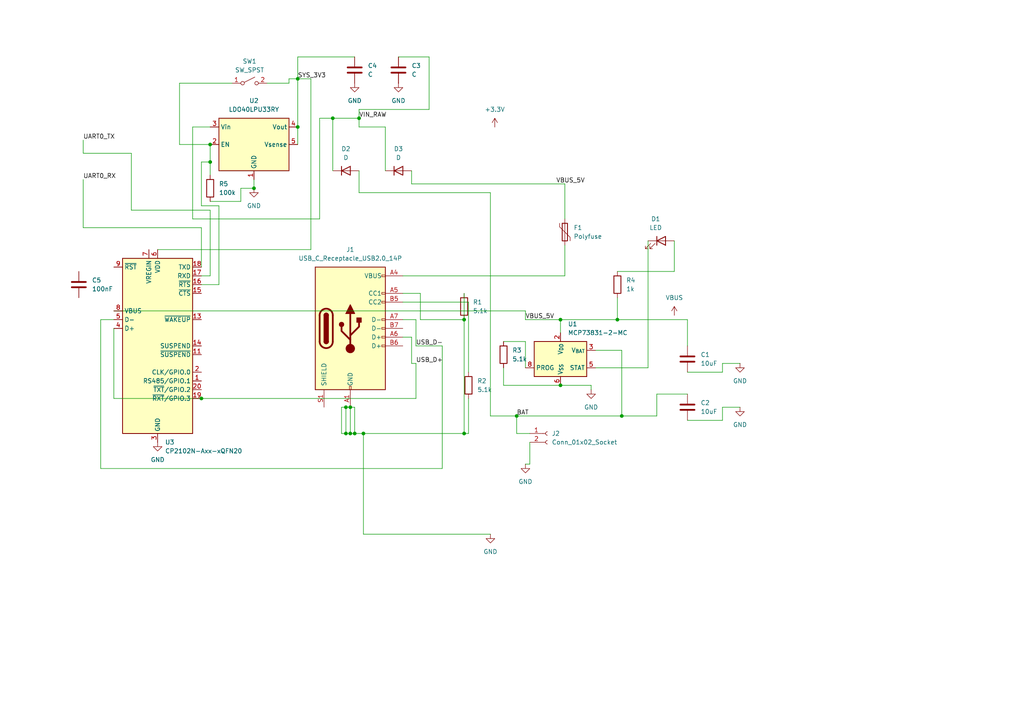
<source format=kicad_sch>
(kicad_sch (version 20250114) (generator "eeschema") (generator_version "9.0")
  (paper "A4")
  (lib_symbols
    (symbol "Battery_Management:MCP73831-2-MC"
      (property "Reference" "U" (at -7.62 6.35 0))
      (property "Value" "MCP73831-2-MC" (at 1.27 6.35 0))
      (symbol "MCP73831-2-MC_0_1"
        (rectangle (start -7.62 5.08) (end 7.62 -5.08) (stroke (width 0.254)) (fill (type background)))
      )
      (symbol "MCP73831-2-MC_1_1"
        (pin input line (at -10.16 -2.54 0) (length 2.54) (name "PROG") (number "8"))
        (pin no_connect line (at -7.62 2.54 0) (length 2.54) (hide yes) (name "NC") (number "7"))
        (pin passive line (at 0 7.62 270) (length 2.54) (hide yes) (name "V_{DD}") (number "1"))
        (pin power_in line (at 0 7.62 270) (length 2.54) (name "V_{DD}") (number "2"))
        (pin power_in line (at 0 -7.62 90) (length 2.54) (name "V_{SS}") (number "6"))
        (pin power_out line (at 10.16 2.54 180) (length 2.54) (name "V_{BAT}") (number "3"))
        (pin passive line (at 10.16 2.54 180) (length 2.54) (hide yes) (name "V_{BAT}") (number "4"))
        (pin tri_state line (at 10.16 -2.54 180) (length 2.54) (name "STAT") (number "5"))
      )
    )
    (symbol "Connector:Conn_01x02_Socket" (pin_names (offset 1.016) (hide yes))
      (property "Reference" "J" (at 0 2.54 0))
      (property "Value" "Conn_01x02_Socket" (at 0 -5.08 0))
      (symbol "Conn_01x02_Socket_1_1"
        (polyline (pts (xy -1.27 0) (xy -0.508 0)) (stroke (width 0.1524)))
        (polyline (pts (xy -1.27 -2.54) (xy -0.508 -2.54)) (stroke (width 0.1524)))
        (arc (start 0 -0.508) (mid -0.5058 0) (end 0 0.508) (stroke (width 0.1524)))
        (arc (start 0 -3.048) (mid -0.5058 -2.54) (end 0 -2.032) (stroke (width 0.1524)))
        (pin passive line (at -5.08 0 0) (length 3.81) (name "Pin_1") (number "1"))
        (pin passive line (at -5.08 -2.54 0) (length 3.81) (name "Pin_2") (number "2"))
      )
    )
    (symbol "Connector:USB_C_Receptacle_USB2.0_14P" (pin_names (offset 1.016))
      (property "Reference" "J" (at 0 22.225 0))
      (property "Value" "USB_C_Receptacle_USB2.0_14P" (at 0 19.685 0))
      (symbol "USB_C_Receptacle_USB2.0_14P_0_0"
        (rectangle (start -0.254 -17.78) (end 0.254 -16.764))
        (rectangle (start 10.16 15.494) (end 9.144 14.986))
        (rectangle (start 10.16 10.414) (end 9.144 9.906))
        (rectangle (start 10.16 7.874) (end 9.144 7.366))
        (rectangle (start 10.16 2.794) (end 9.144 2.286))
        (rectangle (start 10.16 0.254) (end 9.144 -0.254))
        (rectangle (start 10.16 -2.286) (end 9.144 -2.794))
        (rectangle (start 10.16 -4.826) (end 9.144 -5.334))
      )
      (symbol "USB_C_Receptacle_USB2.0_14P_0_1"
        (rectangle (start -10.16 17.78) (end 10.16 -17.78) (stroke (width 0.254)) (fill (type background)))
        (polyline (pts (xy -8.89 -3.81) (xy -8.89 3.81)) (stroke (width 0.508)))
        (rectangle (start -7.62 -3.81) (end -6.35 3.81) (stroke (width 0.254)) (fill (type outline)))
        (arc (start -7.62 3.81) (mid -6.985 4.4423) (end -6.35 3.81) (stroke (width 0.254)))
        (arc (start -7.62 3.81) (mid -6.985 4.4423) (end -6.35 3.81) (stroke (width 0.254)) (fill (type outline)))
        (arc (start -8.89 3.81) (mid -6.985 5.7067) (end -5.08 3.81) (stroke (width 0.508)))
        (arc (start -5.08 -3.81) (mid -6.985 -5.7067) (end -8.89 -3.81) (stroke (width 0.508)))
        (arc (start -6.35 -3.81) (mid -6.985 -4.4423) (end -7.62 -3.81) (stroke (width 0.254)))
        (arc (start -6.35 -3.81) (mid -6.985 -4.4423) (end -7.62 -3.81) (stroke (width 0.254)) (fill (type outline)))
        (polyline (pts (xy -5.08 3.81) (xy -5.08 -3.81)) (stroke (width 0.508)))
        (circle (center -2.54 1.143) (radius 0.635) (stroke (width 0.254)) (fill (type outline)))
        (polyline (pts (xy -1.27 4.318) (xy 0 6.858) (xy 1.27 4.318) (xy -1.27 4.318)) (stroke (width 0.254)) (fill (type outline)))
        (polyline (pts (xy 0 -2.032) (xy 2.54 0.508) (xy 2.54 1.778)) (stroke (width 0.508)))
        (polyline (pts (xy 0 -3.302) (xy -2.54 -0.762) (xy -2.54 0.508)) (stroke (width 0.508)))
        (polyline (pts (xy 0 -5.842) (xy 0 4.318)) (stroke (width 0.508)))
        (circle (center 0 -5.842) (radius 1.27) (fill (type outline)))
        (rectangle (start 1.905 1.778) (end 3.175 3.048) (stroke (width 0.254)) (fill (type outline)))
      )
      (symbol "USB_C_Receptacle_USB2.0_14P_1_1"
        (pin passive line (at -7.62 -22.86 90) (length 5.08) (name "SHIELD") (number "S1"))
        (pin passive line (at 0 -22.86 90) (length 5.08) (name "GND") (number "A1"))
        (pin passive line (at 0 -22.86 90) (length 5.08) (hide yes) (name "GND") (number "A12"))
        (pin passive line (at 0 -22.86 90) (length 5.08) (hide yes) (name "GND") (number "B1"))
        (pin passive line (at 0 -22.86 90) (length 5.08) (hide yes) (name "GND") (number "B12"))
        (pin passive line (at 15.24 15.24 180) (length 5.08) (name "VBUS") (number "A4"))
        (pin passive line (at 15.24 15.24 180) (length 5.08) (hide yes) (name "VBUS") (number "A9"))
        (pin passive line (at 15.24 15.24 180) (length 5.08) (hide yes) (name "VBUS") (number "B4"))
        (pin passive line (at 15.24 15.24 180) (length 5.08) (hide yes) (name "VBUS") (number "B9"))
        (pin bidirectional line (at 15.24 10.16 180) (length 5.08) (name "CC1") (number "A5"))
        (pin bidirectional line (at 15.24 7.62 180) (length 5.08) (name "CC2") (number "B5"))
        (pin bidirectional line (at 15.24 2.54 180) (length 5.08) (name "D-") (number "A7"))
        (pin bidirectional line (at 15.24 0 180) (length 5.08) (name "D-") (number "B7"))
        (pin bidirectional line (at 15.24 -2.54 180) (length 5.08) (name "D+") (number "A6"))
        (pin bidirectional line (at 15.24 -5.08 180) (length 5.08) (name "D+") (number "B6"))
      )
    )
    (symbol "Device:C" (pin_numbers (hide yes)) (pin_names (offset 0.254))
      (property "Reference" "C" (at 0.635 2.54 0))
      (property "Value" "C" (at 0.635 -2.54 0))
      (symbol "C_0_1"
        (polyline (pts (xy -2.032 0.762) (xy 2.032 0.762)) (stroke (width 0.508)))
        (polyline (pts (xy -2.032 -0.762) (xy 2.032 -0.762)) (stroke (width 0.508)))
      )
      (symbol "C_1_1"
        (pin passive line (at 0 3.81 270) (length 2.794) (name "~") (number "1"))
        (pin passive line (at 0 -3.81 90) (length 2.794) (name "~") (number "2"))
      )
    )
    (symbol "Device:D" (pin_numbers (hide yes)) (pin_names (offset 1.016) (hide yes))
      (property "Reference" "D" (at 0 2.54 0))
      (property "Value" "D" (at 0 -2.54 0))
      (symbol "D_0_1"
        (polyline (pts (xy -1.27 1.27) (xy -1.27 -1.27)) (stroke (width 0.254)))
        (polyline (pts (xy 1.27 1.27) (xy 1.27 -1.27) (xy -1.27 0) (xy 1.27 1.27)) (stroke (width 0.254)))
        (polyline (pts (xy 1.27 0) (xy -1.27 0)))
      )
      (symbol "D_1_1"
        (pin passive line (at -3.81 0 0) (length 2.54) (name "K") (number "1"))
        (pin passive line (at 3.81 0 180) (length 2.54) (name "A") (number "2"))
      )
    )
    (symbol "Device:LED" (pin_numbers (hide yes)) (pin_names (offset 1.016) (hide yes))
      (property "Reference" "D" (at 0 2.54 0))
      (property "Value" "LED" (at 0 -2.54 0))
      (symbol "LED_0_1"
        (polyline (pts (xy -3.048 -0.762) (xy -4.572 -2.286) (xy -3.81 -2.286) (xy -4.572 -2.286) (xy -4.572 -1.524)))
        (polyline (pts (xy -1.778 -0.762) (xy -3.302 -2.286) (xy -2.54 -2.286) (xy -3.302 -2.286) (xy -3.302 -1.524)))
        (polyline (pts (xy -1.27 0) (xy 1.27 0)))
        (polyline (pts (xy -1.27 -1.27) (xy -1.27 1.27)) (stroke (width 0.254)))
        (polyline (pts (xy 1.27 -1.27) (xy 1.27 1.27) (xy -1.27 0) (xy 1.27 -1.27)) (stroke (width 0.254)))
      )
      (symbol "LED_1_1"
        (pin passive line (at -3.81 0 0) (length 2.54) (name "K") (number "1"))
        (pin passive line (at 3.81 0 180) (length 2.54) (name "A") (number "2"))
      )
    )
    (symbol "Device:Polyfuse" (pin_numbers (hide yes)) (pin_names (offset 0))
      (property "Reference" "F" (at -2.54 0 90))
      (property "Value" "Polyfuse" (at 2.54 0 90))
      (symbol "Polyfuse_0_1"
        (polyline (pts (xy -1.524 2.54) (xy -1.524 1.524) (xy 1.524 -1.524) (xy 1.524 -2.54)))
        (rectangle (start -0.762 2.54) (end 0.762 -2.54) (stroke (width 0.254)))
        (polyline (pts (xy 0 2.54) (xy 0 -2.54)))
      )
      (symbol "Polyfuse_1_1"
        (pin passive line (at 0 3.81 270) (length 1.27) (name "~") (number "1"))
        (pin passive line (at 0 -3.81 90) (length 1.27) (name "~") (number "2"))
      )
    )
    (symbol "Device:R" (pin_numbers (hide yes)) (pin_names (offset 0))
      (property "Reference" "R" (at 2.032 0 90))
      (property "Value" "R" (at 0 0 90))
      (symbol "R_0_1"
        (rectangle (start -1.016 -2.54) (end 1.016 2.54) (stroke (width 0.254)))
      )
      (symbol "R_1_1"
        (pin passive line (at 0 3.81 270) (length 1.27) (name "~") (number "1"))
        (pin passive line (at 0 -3.81 90) (length 1.27) (name "~") (number "2"))
      )
    )
    (symbol "Interface_USB:CP2102N-Axx-xQFN20"
      (property "Reference" "U" (at -8.89 26.67 0))
      (property "Value" "CP2102N-Axx-xQFN20" (at 12.7 26.67 0))
      (symbol "CP2102N-Axx-xQFN20_0_1"
        (rectangle (start -10.16 25.4) (end 10.16 -25.4) (stroke (width 0.254)) (fill (type background)))
      )
      (symbol "CP2102N-Axx-xQFN20_1_1"
        (pin input line (at -12.7 22.86 0) (length 2.54) (name "~{RST}") (number "9"))
        (pin input line (at -12.7 10.16 0) (length 2.54) (name "VBUS") (number "8"))
        (pin bidirectional line (at -12.7 7.62 0) (length 2.54) (name "D-") (number "5"))
        (pin bidirectional line (at -12.7 5.08 0) (length 2.54) (name "D+") (number "4"))
        (pin no_connect line (at -10.16 -22.86 0) (length 2.54) (hide yes) (name "NC") (number "10"))
        (pin power_in line (at -2.54 27.94 270) (length 2.54) (name "VREGIN") (number "7"))
        (pin power_in line (at 0 27.94 270) (length 2.54) (name "VDD") (number "6"))
        (pin passive line (at 0 -27.94 90) (length 2.54) (hide yes) (name "GND") (number "12"))
        (pin passive line (at 0 -27.94 90) (length 2.54) (hide yes) (name "GND") (number "21"))
        (pin power_in line (at 0 -27.94 90) (length 2.54) (name "GND") (number "3"))
        (pin output line (at 12.7 22.86 180) (length 2.54) (name "TXD") (number "18"))
        (pin input line (at 12.7 20.32 180) (length 2.54) (name "RXD") (number "17"))
        (pin output line (at 12.7 17.78 180) (length 2.54) (name "~{RTS}") (number "16"))
        (pin input line (at 12.7 15.24 180) (length 2.54) (name "~{CTS}") (number "15"))
        (pin input line (at 12.7 7.62 180) (length 2.54) (name "~{WAKEUP}") (number "13"))
        (pin output line (at 12.7 0 180) (length 2.54) (name "SUSPEND") (number "14"))
        (pin output line (at 12.7 -2.54 180) (length 2.54) (name "~{SUSPEND}") (number "11"))
        (pin bidirectional line (at 12.7 -7.62 180) (length 2.54) (name "CLK/GPIO.0") (number "2"))
        (pin bidirectional line (at 12.7 -10.16 180) (length 2.54) (name "RS485/GPIO.1") (number "1"))
        (pin bidirectional line (at 12.7 -12.7 180) (length 2.54) (name "~{TXT}/GPIO.2") (number "20"))
        (pin bidirectional line (at 12.7 -15.24 180) (length 2.54) (name "~{RXT}/GPIO.3") (number "19"))
      )
    )
    (symbol "Regulator_Linear:LDO40LPU33RY"
      (property "Reference" "U" (at 0 0 0))
      (property "Value" "LDO40LPU33RY" (at 0 0 0))
      (symbol "LDO40LPU33RY_1_1"
        (rectangle (start -10.16 7.62) (end 10.16 -7.62) (stroke (width 0.254)) (fill (type background)))
        (pin power_in line (at -12.7 5.08 0) (length 2.54) (name "Vin") (number "3"))
        (pin input line (at -12.7 0 0) (length 2.54) (name "EN") (number "2"))
        (pin no_connect line (at -2.54 -10.16 90) (length 2.54) (hide yes) (name "NC") (number "6"))
        (pin power_in line (at 0 -10.16 90) (length 2.54) (name "GND") (number "1"))
        (pin passive line (at 0 -10.16 90) (length 2.54) (hide yes) (name "GND") (number "7"))
        (pin power_out line (at 12.7 5.08 180) (length 2.54) (name "Vout") (number "4"))
        (pin input line (at 12.7 0 180) (length 2.54) (name "Vsense") (number "5"))
      )
    )
    (symbol "Switch:SW_SPST" (pin_names (offset 0) (hide yes))
      (property "Reference" "SW" (at 0 3.175 0))
      (property "Value" "SW_SPST" (at 0 -2.54 0))
      (symbol "SW_SPST_0_0"
        (circle (center -2.032 0) (radius 0.508))
        (polyline (pts (xy -1.524 0.254) (xy 1.524 1.778)))
        (circle (center 2.032 0) (radius 0.508))
      )
      (symbol "SW_SPST_1_1"
        (pin passive line (at -5.08 0 0) (length 2.54) (name "A") (number "1"))
        (pin passive line (at 5.08 0 180) (length 2.54) (name "B") (number "2"))
      )
    )
    (symbol "power:+3.3V" (power) (pin_numbers (hide yes)) (pin_names (offset 0) (hide yes))
      (property "Value" "+3.3V" (at 0 3.556 0))
      (symbol "+3.3V_0_1"
        (polyline (pts (xy -0.762 1.27) (xy 0 2.54)))
        (polyline (pts (xy 0 2.54) (xy 0.762 1.27)))
        (polyline (pts (xy 0 0) (xy 0 2.54)))
      )
      (symbol "+3.3V_1_1"
        (pin power_in line (at 0 0 90) (length 0) (name "~") (number "1"))
      )
    )
    (symbol "power:GND" (power) (pin_numbers (hide yes)) (pin_names (offset 0) (hide yes))
      (property "Value" "GND" (at 0 -3.81 0))
      (symbol "GND_0_1"
        (polyline (pts (xy 0 0) (xy 0 -1.27) (xy 1.27 -1.27) (xy 0 -2.54) (xy -1.27 -1.27) (xy 0 -1.27)))
      )
      (symbol "GND_1_1"
        (pin power_in line (at 0 0 270) (length 0) (name "~") (number "1"))
      )
    )
    (symbol "power:VBUS" (power) (pin_numbers (hide yes)) (pin_names (offset 0) (hide yes))
      (property "Value" "VBUS" (at 0 3.556 0))
      (symbol "VBUS_0_1"
        (polyline (pts (xy -0.762 1.27) (xy 0 2.54)))
        (polyline (pts (xy 0 2.54) (xy 0.762 1.27)))
        (polyline (pts (xy 0 0) (xy 0 2.54)))
      )
      (symbol "VBUS_1_1"
        (pin power_in line (at 0 0 90) (length 0) (name "~") (number "1"))
      )
    )
  )
  (junction (at 60.96 46.99))
  (junction (at 60.96 41.91))
  (junction (at 162.56 92.71))
  (junction (at 162.56 111.76))
  (junction (at 73.66 54.61))
  (junction (at 149.86 120.65))
  (junction (at 179.07 92.71))
  (junction (at 58.42 115.57))
  (junction (at 101.6 125.73))
  (junction (at 134.62 125.73))
  (junction (at 86.36 36.83))
  (junction (at 105.41 125.73))
  (junction (at 102.87 125.73))
  (junction (at 180.34 120.65))
  (junction (at 100.33 118.11))
  (junction (at 101.6 118.11))
  (junction (at 134.62 92.71))
  (junction (at 100.33 125.73))
  (junction (at 104.14 34.29))
  (junction (at 86.36 22.86))
  (junction (at 96.52 34.29))
  (wire (pts (xy 121.92 92.71) (xy 134.62 92.71)))
  (wire (pts (xy 119.38 105.41) (xy 120.65 105.41)))
  (wire (pts (xy 111.76 36.83) (xy 104.14 36.83)))
  (wire (pts (xy 152.4 92.71) (xy 162.56 92.71)))
  (wire (pts (xy 153.67 134.62) (xy 152.4 134.62)))
  (wire (pts (xy 67.31 24.13) (xy 52.07 24.13)))
  (wire (pts (xy 209.55 118.11) (xy 214.63 118.11)))
  (wire (pts (xy 135.89 87.63) (xy 135.89 107.95)))
  (wire (pts (xy 99.06 125.73) (xy 100.33 125.73)))
  (wire (pts (xy 116.84 92.71) (xy 120.65 92.71)))
  (wire (pts (xy 152.4 106.68) (xy 152.4 99.06)))
  (wire (pts (xy 73.66 52.07) (xy 73.66 54.61)))
  (wire (pts (xy 101.6 118.11) (xy 100.33 118.11)))
  (wire (pts (xy 90.17 72.39) (xy 90.17 22.86)))
  (wire (pts (xy 38.1 60.96) (xy 38.1 44.45)))
  (wire (pts (xy 195.58 78.74) (xy 195.58 69.85)))
  (wire (pts (xy 142.24 120.65) (xy 142.24 55.88)))
  (wire (pts (xy 124.46 31.75) (xy 124.46 16.51)))
  (wire (pts (xy 190.5 120.65) (xy 190.5 114.3)))
  (wire (pts (xy 60.96 80.01) (xy 60.96 60.96)))
  (wire (pts (xy 199.39 92.71) (xy 199.39 100.33)))
  (wire (pts (xy 134.62 125.73) (xy 135.89 125.73)))
  (wire (pts (xy 58.42 66.04) (xy 24.13 66.04)))
  (wire (pts (xy 209.55 107.95) (xy 209.55 105.41)))
  (wire (pts (xy 29.21 92.71) (xy 29.21 135.89)))
  (wire (pts (xy 58.42 115.57) (xy 120.65 115.57)))
  (wire (pts (xy 86.36 22.86) (xy 86.36 16.51)))
  (wire (pts (xy 187.96 69.85) (xy 187.96 106.68)))
  (wire (pts (xy 180.34 101.6) (xy 172.72 101.6)))
  (wire (pts (xy 162.56 92.71) (xy 162.56 96.52)))
  (wire (pts (xy 86.36 22.86) (xy 86.36 36.83)))
  (wire (pts (xy 120.65 115.57) (xy 120.65 105.41)))
  (wire (pts (xy 100.33 125.73) (xy 101.6 125.73)))
  (wire (pts (xy 146.05 106.68) (xy 146.05 111.76)))
  (wire (pts (xy 104.14 31.75) (xy 124.46 31.75)))
  (wire (pts (xy 69.85 54.61) (xy 73.66 54.61)))
  (wire (pts (xy 180.34 120.65) (xy 190.5 120.65)))
  (wire (pts (xy 101.6 125.73) (xy 102.87 125.73)))
  (wire (pts (xy 38.1 44.45) (xy 24.13 44.45)))
  (wire (pts (xy 179.07 92.71) (xy 179.07 86.36)))
  (wire (pts (xy 135.89 115.57) (xy 135.89 125.73)))
  (wire (pts (xy 209.55 121.92) (xy 209.55 118.11)))
  (wire (pts (xy 77.47 24.13) (xy 83.82 24.13)))
  (wire (pts (xy 33.02 90.17) (xy 152.4 90.17)))
  (wire (pts (xy 116.84 80.01) (xy 163.83 80.01)))
  (wire (pts (xy 29.21 135.89) (xy 128.27 135.89)))
  (wire (pts (xy 190.5 114.3) (xy 199.39 114.3)))
  (wire (pts (xy 96.52 49.53) (xy 96.52 34.29)))
  (wire (pts (xy 142.24 55.88) (xy 104.14 55.88)))
  (wire (pts (xy 119.38 97.79) (xy 119.38 105.41)))
  (wire (pts (xy 60.96 58.42) (xy 69.85 58.42)))
  (wire (pts (xy 171.45 111.76) (xy 171.45 113.03)))
  (wire (pts (xy 83.82 24.13) (xy 83.82 22.86)))
  (wire (pts (xy 100.33 118.11) (xy 99.06 118.11)))
  (wire (pts (xy 99.06 118.11) (xy 99.06 125.73)))
  (wire (pts (xy 162.56 92.71) (xy 179.07 92.71)))
  (wire (pts (xy 149.86 120.65) (xy 149.86 125.73)))
  (wire (pts (xy 152.4 90.17) (xy 152.4 92.71)))
  (wire (pts (xy 60.96 36.83) (xy 55.88 36.83)))
  (wire (pts (xy 149.86 120.65) (xy 180.34 120.65)))
  (wire (pts (xy 105.41 125.73) (xy 134.62 125.73)))
  (wire (pts (xy 152.4 99.06) (xy 146.05 99.06)))
  (wire (pts (xy 58.42 59.69) (xy 58.42 46.99)))
  (wire (pts (xy 179.07 78.74) (xy 195.58 78.74)))
  (wire (pts (xy 172.72 106.68) (xy 187.96 106.68)))
  (wire (pts (xy 180.34 120.65) (xy 180.34 101.6)))
  (wire (pts (xy 163.83 63.5) (xy 163.83 53.34)))
  (wire (pts (xy 33.02 95.25) (xy 33.02 115.57)))
  (wire (pts (xy 52.07 41.91) (xy 60.96 41.91)))
  (wire (pts (xy 102.87 118.11) (xy 102.87 125.73)))
  (wire (pts (xy 24.13 44.45) (xy 24.13 40.64)))
  (wire (pts (xy 100.33 118.11) (xy 100.33 125.73)))
  (wire (pts (xy 105.41 154.94) (xy 142.24 154.94)))
  (wire (pts (xy 124.46 16.51) (xy 115.57 16.51)))
  (wire (pts (xy 104.14 34.29) (xy 104.14 31.75)))
  (wire (pts (xy 58.42 46.99) (xy 60.96 46.99)))
  (wire (pts (xy 86.36 16.51) (xy 102.87 16.51)))
  (wire (pts (xy 83.82 22.86) (xy 86.36 22.86)))
  (wire (pts (xy 101.6 118.11) (xy 102.87 118.11)))
  (wire (pts (xy 149.86 120.65) (xy 142.24 120.65)))
  (wire (pts (xy 162.56 111.76) (xy 171.45 111.76)))
  (wire (pts (xy 63.5 59.69) (xy 58.42 59.69)))
  (wire (pts (xy 128.27 100.33) (xy 120.65 100.33)))
  (wire (pts (xy 90.17 22.86) (xy 86.36 22.86)))
  (wire (pts (xy 92.71 63.5) (xy 92.71 34.29)))
  (wire (pts (xy 209.55 105.41) (xy 214.63 105.41)))
  (wire (pts (xy 24.13 66.04) (xy 24.13 52.07)))
  (wire (pts (xy 101.6 118.11) (xy 101.6 125.73)))
  (wire (pts (xy 199.39 107.95) (xy 209.55 107.95)))
  (wire (pts (xy 86.36 36.83) (xy 86.36 41.91)))
  (wire (pts (xy 116.84 87.63) (xy 135.89 87.63)))
  (wire (pts (xy 33.02 92.71) (xy 29.21 92.71)))
  (wire (pts (xy 55.88 36.83) (xy 55.88 63.5)))
  (wire (pts (xy 119.38 53.34) (xy 119.38 49.53)))
  (wire (pts (xy 116.84 85.09) (xy 121.92 85.09)))
  (wire (pts (xy 92.71 34.29) (xy 96.52 34.29)))
  (wire (pts (xy 105.41 125.73) (xy 105.41 154.94)))
  (wire (pts (xy 134.62 92.71) (xy 134.62 85.09)))
  (wire (pts (xy 121.92 85.09) (xy 121.92 92.71)))
  (wire (pts (xy 45.72 72.39) (xy 90.17 72.39)))
  (wire (pts (xy 179.07 92.71) (xy 199.39 92.71)))
  (wire (pts (xy 104.14 55.88) (xy 104.14 49.53)))
  (wire (pts (xy 60.96 46.99) (xy 60.96 50.8)))
  (wire (pts (xy 102.87 125.73) (xy 105.41 125.73)))
  (wire (pts (xy 128.27 135.89) (xy 128.27 100.33)))
  (wire (pts (xy 60.96 60.96) (xy 38.1 60.96)))
  (wire (pts (xy 111.76 49.53) (xy 111.76 36.83)))
  (wire (pts (xy 120.65 92.71) (xy 120.65 100.33)))
  (wire (pts (xy 119.38 53.34) (xy 163.83 53.34)))
  (wire (pts (xy 33.02 115.57) (xy 58.42 115.57)))
  (wire (pts (xy 116.84 97.79) (xy 119.38 97.79)))
  (wire (pts (xy 153.67 128.27) (xy 153.67 134.62)))
  (wire (pts (xy 63.5 82.55) (xy 63.5 59.69)))
  (wire (pts (xy 134.62 92.71) (xy 134.62 125.73)))
  (wire (pts (xy 96.52 34.29) (xy 104.14 34.29)))
  (wire (pts (xy 58.42 80.01) (xy 60.96 80.01)))
  (wire (pts (xy 55.88 63.5) (xy 92.71 63.5)))
  (wire (pts (xy 58.42 77.47) (xy 58.42 66.04)))
  (wire (pts (xy 149.86 125.73) (xy 153.67 125.73)))
  (wire (pts (xy 52.07 24.13) (xy 52.07 41.91)))
  (wire (pts (xy 60.96 41.91) (xy 60.96 46.99)))
  (wire (pts (xy 104.14 36.83) (xy 104.14 34.29)))
  (wire (pts (xy 163.83 80.01) (xy 163.83 71.12)))
  (wire (pts (xy 199.39 121.92) (xy 209.55 121.92)))
  (wire (pts (xy 146.05 111.76) (xy 162.56 111.76)))
  (wire (pts (xy 58.42 82.55) (xy 63.5 82.55)))
  (wire (pts (xy 69.85 58.42) (xy 69.85 54.61)))
  (label "UART0_RX" (at 24.13 52.07 0))
  (label "USB_D+" (at 120.65 105.41 0))
  (label "VIN_RAW" (at 104.14 34.29 0))
  (label "BAT" (at 149.86 120.65 0))
  (label "SYS_3V3" (at 86.36 22.86 0))
  (label "VBUS_5V" (at 152.4 92.71 0))
  (label "USB_D-" (at 120.65 100.33 0))
  (label "VBUS_5V" (at 161.29 53.34 0))
  (label "UART0_TX" (at 24.13 40.64 0))
  (symbol (lib_id "power:GND") (at 142.24 154.94 0) (unit 1)
    (property "Reference" "#PWR01" (effects (hide yes)))
    (property "Value" "GND" (at 142.24 160.02 0))
    (property "Description" "Power symbol creates a global label with name \"GND\" , ground" (effects (hide yes)))
  )
  (symbol (lib_id "Connector:USB_C_Receptacle_USB2.0_14P") (at 101.6 95.25 0) (unit 1)
    (property "Reference" "J1" (at 101.6 72.39 0))
    (property "Value" "USB_C_Receptacle_USB2.0_14P" (at 101.6 74.93 0))
    (property "Datasheet" "https://www.usb.org/sites/default/files/documents/usb_type-c.zip" (effects (hide yes)))
    (property "Description" "USB 2.0-only 14P Type-C Receptacle connector" (effects (hide yes)))
  )
  (symbol (lib_id "power:VBUS") (at 195.58 91.44 0) (unit 1)
    (property "Reference" "#PWR03" (effects (hide yes)))
    (property "Value" "VBUS" (at 195.58 86.36 0))
    (property "Description" "Power symbol creates a global label with name \"VBUS\"" (effects (hide yes)))
  )
  (symbol (lib_id "Regulator_Linear:LDO40LPU33RY") (at 73.66 41.91 0) (unit 1)
    (property "Reference" "U2" (at 73.66 29.21 0))
    (property "Value" "LDO40LPU33RY" (at 73.66 31.75 0))
    (property "Footprint" "Package_DFN_QFN:DFN-6-1EP_3x3mm_P0.95mm_EP1.7x2.6mm" (effects (hide yes)))
    (property "Datasheet" "https://www.st.com/resource/en/datasheet/ldo40l.pdf" (effects (hide yes)))
    (property "Description" "400mA, 3.5V-38V input, fixed positive 3.3V output, LDO regulator with enable, DFN-6" (effects (hide yes)))
  )
  (symbol (lib_id "Device:R") (at 60.96 54.61 0) (unit 1)
    (property "Reference" "R5" (at 63.5 53.3399 0) (effects (justify left)))
    (property "Value" "100k" (at 63.5 55.8799 0) (effects (justify left)))
    (property "Description" "Resistor" (effects (hide yes)))
  )
  (symbol (lib_id "Device:C") (at 199.39 104.14 0) (unit 1)
    (property "Reference" "C1" (at 203.2 102.8699 0) (effects (justify left)))
    (property "Value" "10uF" (at 203.2 105.4099 0) (effects (justify left)))
    (property "Description" "Unpolarized capacitor" (effects (hide yes)))
  )
  (symbol (lib_id "Device:R") (at 179.07 82.55 0) (unit 1)
    (property "Reference" "R4" (at 181.61 81.2799 0) (effects (justify left)))
    (property "Value" "1k" (at 181.61 83.8199 0) (effects (justify left)))
    (property "Description" "Resistor" (effects (hide yes)))
  )
  (symbol (lib_id "Device:R") (at 146.05 102.87 0) (unit 1)
    (property "Reference" "R3" (at 148.59 101.5999 0) (effects (justify left)))
    (property "Value" "5.1k" (at 148.59 104.1399 0) (effects (justify left)))
    (property "Description" "Resistor" (effects (hide yes)))
  )
  (symbol (lib_id "power:GND") (at 152.4 134.62 0) (unit 1)
    (property "Reference" "#PWR05" (effects (hide yes)))
    (property "Value" "GND" (at 152.4 139.7 0))
    (property "Description" "Power symbol creates a global label with name \"GND\" , ground" (effects (hide yes)))
  )
  (symbol (lib_id "Device:C") (at 102.87 20.32 0) (unit 1)
    (property "Reference" "C4" (at 106.68 19.0499 0) (effects (justify left)))
    (property "Value" "C" (at 106.68 21.5899 0) (effects (justify left)))
    (property "Description" "Unpolarized capacitor" (effects (hide yes)))
  )
  (symbol (lib_id "power:GND") (at 171.45 113.03 0) (unit 1)
    (property "Reference" "#PWR04" (effects (hide yes)))
    (property "Value" "GND" (at 171.45 118.11 0))
    (property "Description" "Power symbol creates a global label with name \"GND\" , ground" (effects (hide yes)))
  )
  (symbol (lib_id "Device:C") (at 22.86 82.55 0) (unit 1)
    (property "Reference" "C5" (at 26.67 81.2799 0) (effects (justify left)))
    (property "Value" "100nF" (at 26.67 83.8199 0) (effects (justify left)))
    (property "Description" "Unpolarized capacitor" (effects (hide yes)))
  )
  (symbol (lib_id "Device:R") (at 134.62 88.9 0) (unit 1)
    (property "Reference" "R1" (at 137.16 87.6299 0) (effects (justify left)))
    (property "Value" "5.1k" (at 137.16 90.1699 0) (effects (justify left)))
    (property "Description" "Resistor" (effects (hide yes)))
  )
  (symbol (lib_id "power:GND") (at 115.57 24.13 0) (unit 1)
    (property "Reference" "#PWR010" (effects (hide yes)))
    (property "Value" "GND" (at 115.57 29.21 0))
    (property "Description" "Power symbol creates a global label with name \"GND\" , ground" (effects (hide yes)))
  )
  (symbol (lib_id "power:GND") (at 214.63 118.11 0) (unit 1)
    (property "Reference" "#PWR07" (effects (hide yes)))
    (property "Value" "GND" (at 214.63 123.19 0))
    (property "Description" "Power symbol creates a global label with name \"GND\" , ground" (effects (hide yes)))
  )
  (symbol (lib_id "power:GND") (at 45.72 128.27 0) (unit 1)
    (property "Reference" "#PWR011" (effects (hide yes)))
    (property "Value" "GND" (at 45.72 133.35 0))
    (property "Description" "Power symbol creates a global label with name \"GND\" , ground" (effects (hide yes)))
  )
  (symbol (lib_id "Connector:Conn_01x02_Socket") (at 158.75 125.73 0) (unit 1)
    (property "Reference" "J2" (at 160.02 125.7299 0) (effects (justify left)))
    (property "Value" "Conn_01x02_Socket" (at 160.02 128.2699 0) (effects (justify left)))
    (property "Description" "Generic connector, single row, 01x02, script generated" (effects (hide yes)))
  )
  (symbol (lib_id "Device:C") (at 199.39 118.11 0) (unit 1)
    (property "Reference" "C2" (at 203.2 116.8399 0) (effects (justify left)))
    (property "Value" "10uF" (at 203.2 119.3799 0) (effects (justify left)))
    (property "Description" "Unpolarized capacitor" (effects (hide yes)))
  )
  (symbol (lib_id "Device:LED") (at 191.77 69.85 0) (unit 1)
    (property "Reference" "D1" (at 190.1825 63.5 0))
    (property "Value" "LED" (at 190.1825 66.04 0))
    (property "Description" "Light emitting diode" (effects (hide yes)))
    (property "Sim.Pins" "1=K 2=A" (effects (hide yes)))
  )
  (symbol (lib_id "Interface_USB:CP2102N-Axx-xQFN20") (at 45.72 100.33 0) (unit 1)
    (property "Reference" "U3" (at 47.8633 128.27 0) (effects (justify left)))
    (property "Value" "CP2102N-Axx-xQFN20" (at 47.8633 130.81 0) (effects (justify left)))
    (property "Footprint" "Package_DFN_QFN:SiliconLabs_QFN-20-1EP_3x3mm_P0.5mm" (effects (hide yes)))
    (property "Datasheet" "https://www.silabs.com/documents/public/data-sheets/cp2102n-datasheet.pdf" (effects (hide yes)))
    (property "Description" "USB to UART master bridge, QFN-20" (effects (hide yes)))
  )
  (symbol (lib_id "Device:D") (at 115.57 49.53 0) (unit 1)
    (property "Reference" "D3" (at 115.57 43.18 0))
    (property "Value" "D" (at 115.57 45.72 0))
    (property "Description" "Diode" (effects (hide yes)))
    (property "Sim.Device" "D" (effects (hide yes)))
    (property "Sim.Pins" "1=K 2=A" (effects (hide yes)))
  )
  (symbol (lib_id "Device:C") (at 115.57 20.32 0) (unit 1)
    (property "Reference" "C3" (at 119.38 19.0499 0) (effects (justify left)))
    (property "Value" "C" (at 119.38 21.5899 0) (effects (justify left)))
    (property "Description" "Unpolarized capacitor" (effects (hide yes)))
  )
  (symbol (lib_id "power:GND") (at 102.87 24.13 0) (unit 1)
    (property "Reference" "#PWR09" (effects (hide yes)))
    (property "Value" "GND" (at 102.87 29.21 0))
    (property "Description" "Power symbol creates a global label with name \"GND\" , ground" (effects (hide yes)))
  )
  (symbol (lib_id "Battery_Management:MCP73831-2-MC") (at 162.56 104.14 0) (unit 1)
    (property "Reference" "U1" (at 164.7033 93.98 0) (effects (justify left)))
    (property "Value" "MCP73831-2-MC" (at 164.7033 96.52 0) (effects (justify left)))
    (property "Footprint" "Package_DFN_QFN:DFN-8-1EP_3x2mm_P0.5mm_EP1.7x1.4mm" (effects (hide yes)))
    (property "Datasheet" "http://ww1.microchip.com/downloads/en/DeviceDoc/20001984g.pdf" (effects (hide yes)))
    (property "Description" "Single cell, Li-Ion/Li-Po charge management controller, 4.20V, Tri-State Status Output, in DFN-8 package" (effects (hide yes)))
  )
  (symbol (lib_id "Device:R") (at 135.89 111.76 0) (unit 1)
    (property "Reference" "R2" (at 138.43 110.4899 0) (effects (justify left)))
    (property "Value" "5.1k" (at 138.43 113.0299 0) (effects (justify left)))
    (property "Description" "Resistor" (effects (hide yes)))
  )
  (symbol (lib_id "Device:Polyfuse") (at 163.83 67.31 0) (unit 1)
    (property "Reference" "F1" (at 166.37 66.0399 0) (effects (justify left)))
    (property "Value" "Polyfuse" (at 166.37 68.5799 0) (effects (justify left)))
    (property "Description" "Resettable fuse, polymeric positive temperature coefficient" (effects (hide yes)))
  )
  (symbol (lib_id "Device:D") (at 100.33 49.53 0) (unit 1)
    (property "Reference" "D2" (at 100.33 43.18 0))
    (property "Value" "D" (at 100.33 45.72 0))
    (property "Description" "Diode" (effects (hide yes)))
    (property "Sim.Device" "D" (effects (hide yes)))
    (property "Sim.Pins" "1=K 2=A" (effects (hide yes)))
  )
  (symbol (lib_id "power:GND") (at 73.66 54.61 0) (unit 1)
    (property "Reference" "#PWR08" (effects (hide yes)))
    (property "Value" "GND" (at 73.66 59.69 0))
    (property "Description" "Power symbol creates a global label with name \"GND\" , ground" (effects (hide yes)))
  )
  (symbol (lib_id "power:GND") (at 214.63 105.41 0) (unit 1)
    (property "Reference" "#PWR06" (effects (hide yes)))
    (property "Value" "GND" (at 214.63 110.49 0))
    (property "Description" "Power symbol creates a global label with name \"GND\" , ground" (effects (hide yes)))
  )
  (symbol (lib_id "power:+3.3V") (at 143.51 36.83 0) (unit 1)
    (property "Reference" "#PWR02" (effects (hide yes)))
    (property "Value" "+3.3V" (at 143.51 31.75 0))
    (property "Description" "Power symbol creates a global label with name \"+3.3V\"" (effects (hide yes)))
  )
  (symbol (lib_id "Switch:SW_SPST") (at 72.39 24.13 0) (unit 1)
    (property "Reference" "SW1" (at 72.39 17.78 0))
    (property "Value" "SW_SPST" (at 72.39 20.32 0))
    (property "Description" "Single Pole Single Throw (SPST) switch" (effects (hide yes)))
  )
)
</source>
